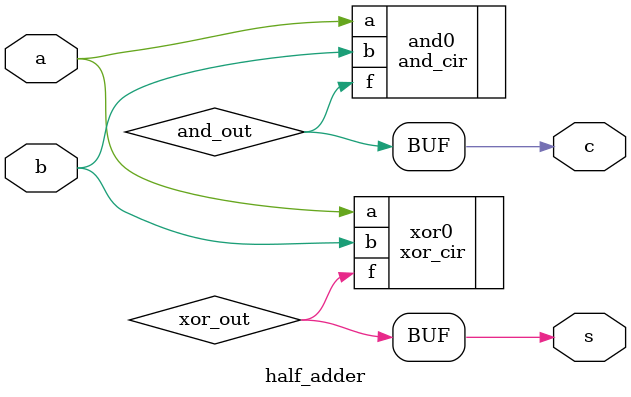
<source format=v>
`timescale 1ns / 1ps


module half_adder (
    input  wire a,  // Input A
    input  wire b,  // Input B
    output wire s,  // Sum output
    output wire c   // Carry output
);


  // Declare wires for the intermediate results
  wire and_out;  // Output of AND gate
  wire xor_out;  // Output of XOR gate

  // Instantiate AND gate (from and_cir.v)
  and_cir and0 (
      .a(a),
      .b(b),
      .f(and_out)
  );

  // Instantiate XOR gate (from xor_cir.v)
  xor_cir xor0 (
      .a(a),
      .b(b),
      .f(xor_out)
  );

  // Assign the outputs to the half-adder's sum and carry
  assign c = and_out;  // Carry is the AND output
  assign s = xor_out;  // Sum is the XOR output

endmodule

</source>
